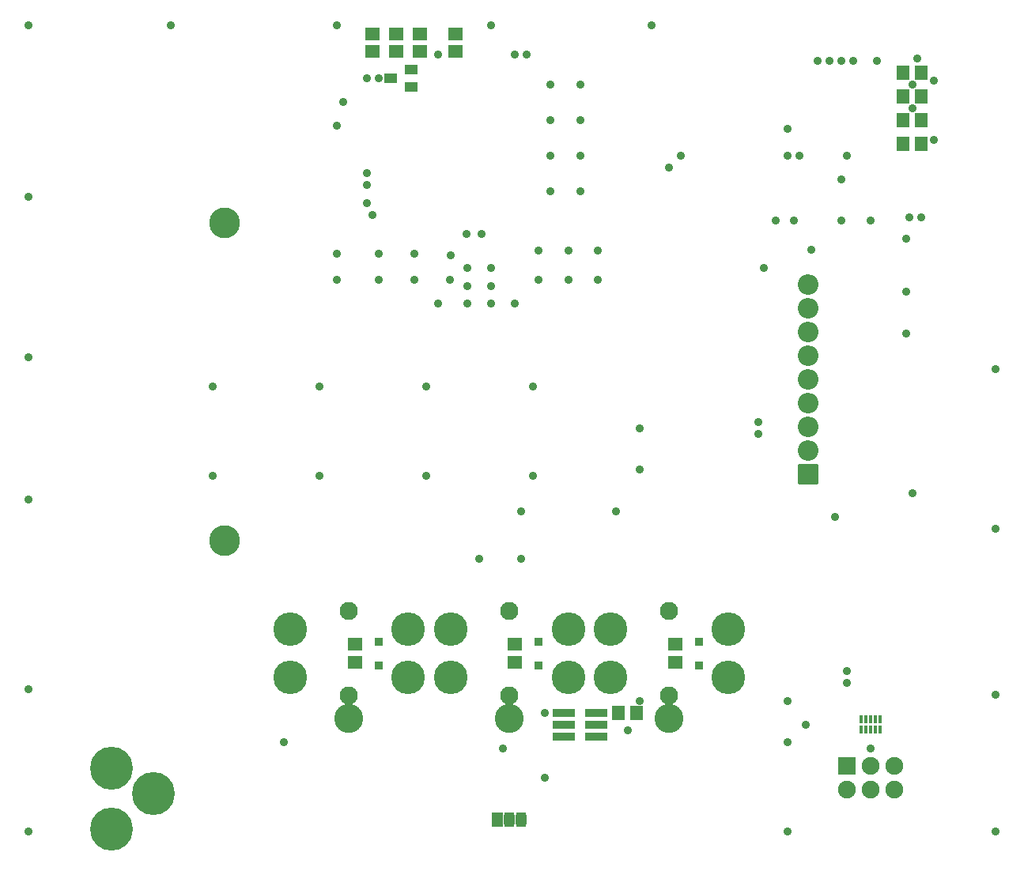
<source format=gbs>
G04 #@! TF.GenerationSoftware,KiCad,Pcbnew,7.0.9*
G04 #@! TF.CreationDate,2023-12-25T18:17:51+01:00*
G04 #@! TF.ProjectId,wall-mounted-room-temperature-sensor-wifi,77616c6c-2d6d-46f7-956e-7465642d726f,v1.0*
G04 #@! TF.SameCoordinates,Original*
G04 #@! TF.FileFunction,Soldermask,Bot*
G04 #@! TF.FilePolarity,Negative*
%FSLAX46Y46*%
G04 Gerber Fmt 4.6, Leading zero omitted, Abs format (unit mm)*
G04 Created by KiCad (PCBNEW 7.0.9) date 2023-12-25 18:17:51*
%MOMM*%
%LPD*%
G01*
G04 APERTURE LIST*
G04 Aperture macros list*
%AMRoundRect*
0 Rectangle with rounded corners*
0 $1 Rounding radius*
0 $2 $3 $4 $5 $6 $7 $8 $9 X,Y pos of 4 corners*
0 Add a 4 corners polygon primitive as box body*
4,1,4,$2,$3,$4,$5,$6,$7,$8,$9,$2,$3,0*
0 Add four circle primitives for the rounded corners*
1,1,$1+$1,$2,$3*
1,1,$1+$1,$4,$5*
1,1,$1+$1,$6,$7*
1,1,$1+$1,$8,$9*
0 Add four rect primitives between the rounded corners*
20,1,$1+$1,$2,$3,$4,$5,0*
20,1,$1+$1,$4,$5,$6,$7,0*
20,1,$1+$1,$6,$7,$8,$9,0*
20,1,$1+$1,$8,$9,$2,$3,0*%
G04 Aperture macros list end*
%ADD10C,1.950000*%
%ADD11C,3.600000*%
%ADD12C,3.100000*%
%ADD13RoundRect,0.050000X-0.900000X0.900000X-0.900000X-0.900000X0.900000X-0.900000X0.900000X0.900000X0*%
%ADD14O,1.900000X1.900000*%
%ADD15RoundRect,0.050000X-0.525000X-0.750000X0.525000X-0.750000X0.525000X0.750000X-0.525000X0.750000X0*%
%ADD16RoundRect,0.312500X-0.262500X-0.487500X0.262500X-0.487500X0.262500X0.487500X-0.262500X0.487500X0*%
%ADD17RoundRect,0.050000X1.050000X1.050000X-1.050000X1.050000X-1.050000X-1.050000X1.050000X-1.050000X0*%
%ADD18O,2.200000X2.200000*%
%ADD19C,3.300000*%
%ADD20C,4.600000*%
%ADD21RoundRect,0.050000X0.750000X-0.650000X0.750000X0.650000X-0.750000X0.650000X-0.750000X-0.650000X0*%
%ADD22RoundRect,0.050000X-0.650000X-0.750000X0.650000X-0.750000X0.650000X0.750000X-0.650000X0.750000X0*%
%ADD23RoundRect,0.050000X-0.750000X0.650000X-0.750000X-0.650000X0.750000X-0.650000X0.750000X0.650000X0*%
%ADD24RoundRect,0.050000X0.150000X0.400000X-0.150000X0.400000X-0.150000X-0.400000X0.150000X-0.400000X0*%
%ADD25RoundRect,0.050000X-0.400000X0.400000X-0.400000X-0.400000X0.400000X-0.400000X0.400000X0.400000X0*%
%ADD26RoundRect,0.050000X0.650000X0.500000X-0.650000X0.500000X-0.650000X-0.500000X0.650000X-0.500000X0*%
%ADD27RoundRect,0.050000X0.650000X0.750000X-0.650000X0.750000X-0.650000X-0.750000X0.650000X-0.750000X0*%
%ADD28RoundRect,0.050000X1.100000X0.400000X-1.100000X0.400000X-1.100000X-0.400000X1.100000X-0.400000X0*%
%ADD29C,0.900000*%
G04 APERTURE END LIST*
D10*
X108585000Y-133270000D03*
X108585000Y-142320000D03*
D11*
X114885000Y-140345000D03*
X102285000Y-140345000D03*
X114885000Y-135245000D03*
X102285000Y-135245000D03*
D12*
X108585000Y-144745000D03*
D10*
X91500000Y-133270000D03*
X91500000Y-142320000D03*
D11*
X97800000Y-140345000D03*
X85200000Y-140345000D03*
X97800000Y-135245000D03*
X85200000Y-135245000D03*
D12*
X91500000Y-144745000D03*
D10*
X74295000Y-133270000D03*
X74295000Y-142320000D03*
D11*
X80595000Y-140345000D03*
X67995000Y-140345000D03*
X80595000Y-135245000D03*
X67995000Y-135245000D03*
D12*
X74295000Y-144745000D03*
D13*
X127635000Y-149860000D03*
D14*
X127635000Y-152400000D03*
X130175000Y-149860000D03*
X130175000Y-152400000D03*
X132715000Y-149860000D03*
X132715000Y-152400000D03*
D15*
X90170000Y-155575000D03*
D16*
X91440000Y-155575000D03*
X92710000Y-155575000D03*
D17*
X123444000Y-118618000D03*
D18*
X123444000Y-116078000D03*
X123444000Y-113538000D03*
X123444000Y-110998000D03*
X123444000Y-108458000D03*
X123444000Y-105918000D03*
X123444000Y-103378000D03*
X123444000Y-100838000D03*
X123444000Y-98298000D03*
D19*
X61000000Y-125720000D03*
X61000000Y-91720000D03*
D20*
X48895000Y-150095000D03*
X53395000Y-152845000D03*
X48895000Y-156595000D03*
D21*
X79375000Y-73360000D03*
X79375000Y-71420000D03*
X76835000Y-73360000D03*
X76835000Y-71420000D03*
D22*
X133650000Y-78105000D03*
X135590000Y-78105000D03*
X133650000Y-75565000D03*
X135590000Y-75565000D03*
X133650000Y-83185000D03*
X135590000Y-83185000D03*
D23*
X109220000Y-136825000D03*
X109220000Y-138765000D03*
X92075000Y-136825000D03*
X92075000Y-138765000D03*
X74930000Y-136825000D03*
X74930000Y-138765000D03*
D24*
X131175000Y-145955000D03*
X130675000Y-145955000D03*
X130175000Y-145955000D03*
X129675000Y-145955000D03*
X129175000Y-145955000D03*
X129175000Y-144875000D03*
X129675000Y-144875000D03*
X130175000Y-144875000D03*
X130675000Y-144875000D03*
X131175000Y-144875000D03*
D25*
X111760000Y-136525000D03*
X111760000Y-139065000D03*
X94615000Y-136525000D03*
X94615000Y-139065000D03*
X77470000Y-136525000D03*
X77470000Y-139065000D03*
D26*
X81010000Y-75250000D03*
X81010000Y-77150000D03*
X78810000Y-76200000D03*
D21*
X81915000Y-73360000D03*
X81915000Y-71420000D03*
D23*
X85725000Y-71420000D03*
X85725000Y-73360000D03*
D22*
X133650000Y-80645000D03*
X135590000Y-80645000D03*
D27*
X105110000Y-144145000D03*
X103170000Y-144145000D03*
D28*
X100787200Y-144145000D03*
X100787200Y-145415000D03*
X100787200Y-146685000D03*
X97332800Y-146685000D03*
X97332800Y-145415000D03*
X97332800Y-144145000D03*
D29*
X99060000Y-84455000D03*
X82550000Y-118745000D03*
X88468200Y-92913200D03*
X86995000Y-98425000D03*
X136940001Y-82769999D03*
X121285000Y-156845000D03*
X86995000Y-100330000D03*
X67310000Y-147320000D03*
X92075000Y-100330000D03*
X93980000Y-118745000D03*
X136940001Y-76419999D03*
X89535000Y-98425000D03*
X99060000Y-80645000D03*
X86995000Y-96520000D03*
X143510000Y-107315000D03*
X71120000Y-118745000D03*
X59690000Y-109220000D03*
X123190000Y-145415000D03*
X143510000Y-142240000D03*
X82550000Y-109220000D03*
X89535000Y-96520000D03*
X40005000Y-141605000D03*
X55245000Y-70485000D03*
X143510000Y-156845000D03*
X95885000Y-80645000D03*
X40005000Y-70485000D03*
X95885000Y-88265000D03*
X40005000Y-106045000D03*
X89535000Y-100330000D03*
X143510000Y-124460000D03*
X40005000Y-121285000D03*
X95885000Y-76835000D03*
X71120000Y-109220000D03*
X89535000Y-70485000D03*
X99060000Y-88265000D03*
X106680000Y-70485000D03*
X99060000Y-76835000D03*
X83820000Y-100330000D03*
X59690000Y-118745000D03*
X40005000Y-156845000D03*
X93980000Y-109220000D03*
X73025000Y-70485000D03*
X95250000Y-151130000D03*
X40005000Y-88900000D03*
X95885000Y-84455000D03*
X73025000Y-97790000D03*
X77470000Y-76200000D03*
X81280000Y-94996000D03*
X85090000Y-97790000D03*
X73025000Y-94996000D03*
X76200000Y-76200000D03*
X86868000Y-92837000D03*
X77470000Y-97790000D03*
X81280000Y-97790000D03*
X73660000Y-78740000D03*
X73025000Y-81280000D03*
X77470000Y-94996000D03*
X85217000Y-95123000D03*
X76200000Y-89535000D03*
X127000000Y-86995000D03*
X76200000Y-86360000D03*
X76835000Y-90805000D03*
X108585000Y-85725000D03*
X123799600Y-94589600D03*
X134620000Y-79375000D03*
X135128000Y-74114999D03*
X134620000Y-76835000D03*
X109855000Y-84455000D03*
X76200000Y-87630000D03*
X97790000Y-94615000D03*
X105410000Y-142875000D03*
X97790000Y-97790000D03*
X88265000Y-127635000D03*
X100965000Y-97790000D03*
X100965000Y-94615000D03*
X105410000Y-113665000D03*
X94615000Y-94615000D03*
X105410000Y-118110000D03*
X94615000Y-97790000D03*
X92710000Y-127635000D03*
X130810000Y-74295000D03*
X130175000Y-147955000D03*
X121285000Y-142875000D03*
X121285000Y-81615000D03*
X121285000Y-147320000D03*
X119989600Y-91440000D03*
X121285000Y-84455000D03*
X128270000Y-74295000D03*
X127000000Y-74295000D03*
X92710000Y-122555000D03*
X102870000Y-122555000D03*
X125730000Y-74295000D03*
X127635000Y-139700000D03*
X118110000Y-114300000D03*
X118110000Y-113030000D03*
X93345000Y-73660000D03*
X127635000Y-140970000D03*
X92075000Y-73660000D03*
X127000000Y-91440000D03*
X130149600Y-91440000D03*
X121920000Y-91440000D03*
X118719600Y-96520000D03*
X133985000Y-99060000D03*
X134315200Y-91135200D03*
X133985000Y-103505000D03*
X135585200Y-91135200D03*
X127635000Y-84455000D03*
X104140000Y-146050000D03*
X122555000Y-84455000D03*
X134620000Y-120650000D03*
X133985000Y-93345000D03*
X126365000Y-123190000D03*
X124460000Y-74295000D03*
X83820000Y-73660000D03*
X95250000Y-144145000D03*
X90805000Y-147955000D03*
M02*

</source>
